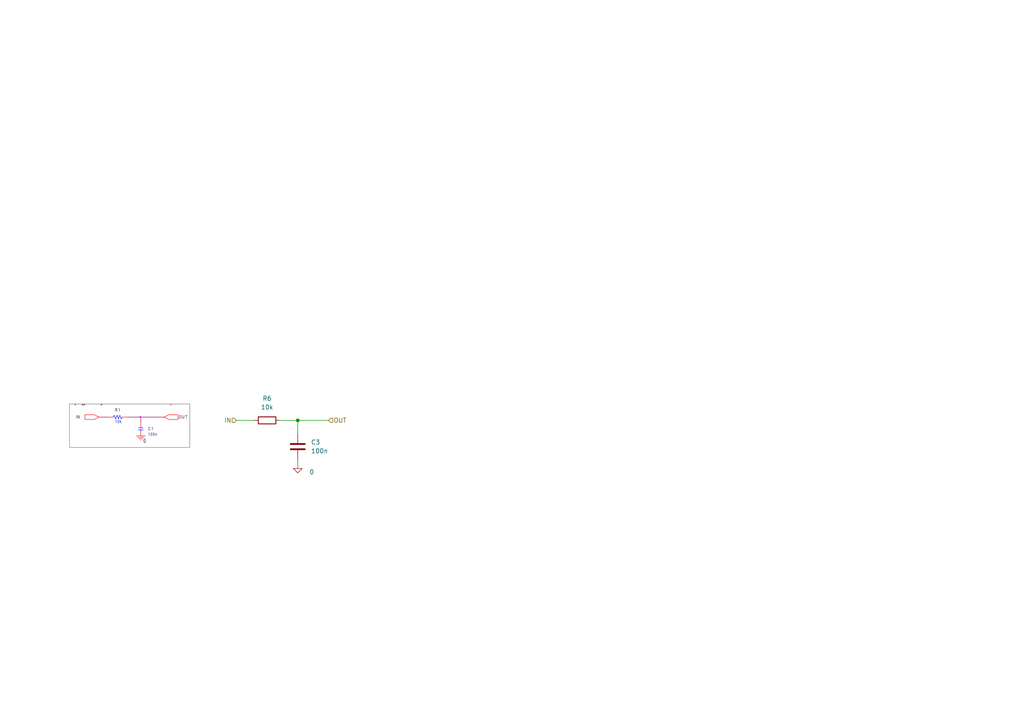
<source format=kicad_sch>
(kicad_sch (version 20250114) (generator "eeschema") (generator_version "9.0")
  (paper "A4")
  (lib_symbols
    (symbol "Device:C" (pin_numbers (hide yes)) (pin_names (offset 0.254))
      (property "Reference" "C" (at 0.635 2.54 0))
      (property "Value" "C" (at 0.635 -2.54 0))
      (symbol "C_0_1"
        (polyline (pts (xy -2.032 0.762) (xy 2.032 0.762)) (stroke (width 0.508)))
        (polyline (pts (xy -2.032 -0.762) (xy 2.032 -0.762)) (stroke (width 0.508)))
      )
      (symbol "C_1_1"
        (pin passive line (at 0 3.81 270) (length 2.794) (name "~") (number "1"))
        (pin passive line (at 0 -3.81 90) (length 2.794) (name "~") (number "2"))
      )
    )
    (symbol "Device:R" (pin_numbers (hide yes)) (pin_names (offset 0))
      (property "Reference" "R" (at 2.032 0 90))
      (property "Value" "R" (at 0 0 90))
      (symbol "R_0_1"
        (rectangle (start -1.016 -2.54) (end 1.016 2.54) (stroke (width 0.254)))
      )
      (symbol "R_1_1"
        (pin passive line (at 0 3.81 270) (length 1.27) (name "~") (number "1"))
        (pin passive line (at 0 -3.81 90) (length 1.27) (name "~") (number "2"))
      )
    )
    (symbol "Simulation_SPICE:0" (power) (pin_numbers (hide yes)) (pin_names (offset 0) (hide yes))
      (property "Value" "0" (at 0 -2.54 0))
      (symbol "0_0_1"
        (polyline (pts (xy -1.27 0) (xy 0 -1.27) (xy 1.27 0) (xy -1.27 0)))
      )
      (symbol "0_1_1"
        (pin power_in line (at 0 0 0) (length 0) (name "~") (number "1"))
      )
    )
  )
  (junction (at 86.36 121.92))
  (wire (pts (xy 86.36 133.35) (xy 86.36 135.89)))
  (wire (pts (xy 86.36 125.73) (xy 86.36 121.92)))
  (wire (pts (xy 86.36 121.92) (xy 95.25 121.92)))
  (wire (pts (xy 86.36 121.92) (xy 81.28 121.92)))
  (wire (pts (xy 68.58 121.92) (xy 73.66 121.92)))
  (image (at 37.592 123.444))
  (hierarchical_label "OUT" (shape input) (at 95.25 121.92 0))
  (hierarchical_label "IN" (shape input) (at 68.58 121.92 180))
  (symbol (lib_id "Device:C") (at 86.36 129.54 0) (unit 1)
    (property "Reference" "C3" (at 90.17 128.2699 0) (effects (justify left)))
    (property "Value" "100n" (at 90.17 130.8099 0) (effects (justify left)))
    (property "Description" "Unpolarized capacitor" (effects (hide yes)))
    (instances (project "T11" (path "" (reference "C3") (unit 1))) (project "FOB" (path "" (reference "C1") (unit 1))))
  )
  (symbol (lib_id "Device:R") (at 77.47 121.92 90) (unit 1)
    (property "Reference" "R6" (at 77.47 115.57 90))
    (property "Value" "10k" (at 77.47 118.11 90))
    (property "Description" "Resistor" (effects (hide yes)))
    (instances (project "T11" (path "" (reference "R6") (unit 1))) (project "FOB" (path "" (reference "R4") (unit 1))))
  )
  (symbol (lib_id "Simulation_SPICE:0") (at 86.36 135.89 0) (unit 1)
    (property "Reference" "#GND06" (effects (hide yes)))
    (property "Value" "0" (at 90.424 136.906 0))
    (property "Datasheet" "https://ngspice.sourceforge.io/docs/ngspice-html-manual/manual.xhtml#subsec_Circuit_elements__device" (effects (hide yes)))
    (property "Description" "0V reference potential for simulation" (effects (hide yes)))
    (instances (project "T11" (path "" (reference "#GND06") (unit 1))) (project "FOB" (path "" (reference "#GND03") (unit 1))))
  )
)
</source>
